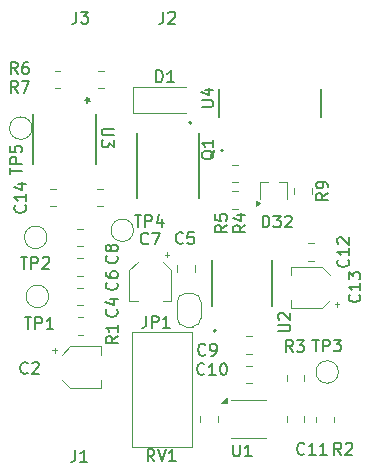
<source format=gbr>
%TF.GenerationSoftware,KiCad,Pcbnew,9.0.2*%
%TF.CreationDate,2025-05-22T13:04:18+05:30*%
%TF.ProjectId,GaN_pwr_delivery_module,47614e5f-7077-4725-9f64-656c69766572,rev?*%
%TF.SameCoordinates,Original*%
%TF.FileFunction,Legend,Top*%
%TF.FilePolarity,Positive*%
%FSLAX46Y46*%
G04 Gerber Fmt 4.6, Leading zero omitted, Abs format (unit mm)*
G04 Created by KiCad (PCBNEW 9.0.2) date 2025-05-22 13:04:18*
%MOMM*%
%LPD*%
G01*
G04 APERTURE LIST*
%ADD10C,0.150000*%
%ADD11C,0.127000*%
%ADD12C,0.200000*%
%ADD13C,0.120000*%
%ADD14C,0.152400*%
G04 APERTURE END LIST*
D10*
X239938152Y-135911904D02*
X240747675Y-135911904D01*
X240747675Y-135911904D02*
X240842913Y-135864285D01*
X240842913Y-135864285D02*
X240890533Y-135816666D01*
X240890533Y-135816666D02*
X240938152Y-135721428D01*
X240938152Y-135721428D02*
X240938152Y-135530952D01*
X240938152Y-135530952D02*
X240890533Y-135435714D01*
X240890533Y-135435714D02*
X240842913Y-135388095D01*
X240842913Y-135388095D02*
X240747675Y-135340476D01*
X240747675Y-135340476D02*
X239938152Y-135340476D01*
X240033390Y-134911904D02*
X239985771Y-134864285D01*
X239985771Y-134864285D02*
X239938152Y-134769047D01*
X239938152Y-134769047D02*
X239938152Y-134530952D01*
X239938152Y-134530952D02*
X239985771Y-134435714D01*
X239985771Y-134435714D02*
X240033390Y-134388095D01*
X240033390Y-134388095D02*
X240128628Y-134340476D01*
X240128628Y-134340476D02*
X240223866Y-134340476D01*
X240223866Y-134340476D02*
X240366723Y-134388095D01*
X240366723Y-134388095D02*
X240938152Y-134959523D01*
X240938152Y-134959523D02*
X240938152Y-134340476D01*
X238619047Y-127104819D02*
X238619047Y-126104819D01*
X238619047Y-126104819D02*
X238857142Y-126104819D01*
X238857142Y-126104819D02*
X238999999Y-126152438D01*
X238999999Y-126152438D02*
X239095237Y-126247676D01*
X239095237Y-126247676D02*
X239142856Y-126342914D01*
X239142856Y-126342914D02*
X239190475Y-126533390D01*
X239190475Y-126533390D02*
X239190475Y-126676247D01*
X239190475Y-126676247D02*
X239142856Y-126866723D01*
X239142856Y-126866723D02*
X239095237Y-126961961D01*
X239095237Y-126961961D02*
X238999999Y-127057200D01*
X238999999Y-127057200D02*
X238857142Y-127104819D01*
X238857142Y-127104819D02*
X238619047Y-127104819D01*
X239523809Y-126104819D02*
X240142856Y-126104819D01*
X240142856Y-126104819D02*
X239809523Y-126485771D01*
X239809523Y-126485771D02*
X239952380Y-126485771D01*
X239952380Y-126485771D02*
X240047618Y-126533390D01*
X240047618Y-126533390D02*
X240095237Y-126581009D01*
X240095237Y-126581009D02*
X240142856Y-126676247D01*
X240142856Y-126676247D02*
X240142856Y-126914342D01*
X240142856Y-126914342D02*
X240095237Y-127009580D01*
X240095237Y-127009580D02*
X240047618Y-127057200D01*
X240047618Y-127057200D02*
X239952380Y-127104819D01*
X239952380Y-127104819D02*
X239666666Y-127104819D01*
X239666666Y-127104819D02*
X239571428Y-127057200D01*
X239571428Y-127057200D02*
X239523809Y-127009580D01*
X240523809Y-126200057D02*
X240571428Y-126152438D01*
X240571428Y-126152438D02*
X240666666Y-126104819D01*
X240666666Y-126104819D02*
X240904761Y-126104819D01*
X240904761Y-126104819D02*
X240999999Y-126152438D01*
X240999999Y-126152438D02*
X241047618Y-126200057D01*
X241047618Y-126200057D02*
X241095237Y-126295295D01*
X241095237Y-126295295D02*
X241095237Y-126390533D01*
X241095237Y-126390533D02*
X241047618Y-126533390D01*
X241047618Y-126533390D02*
X240476190Y-127104819D01*
X240476190Y-127104819D02*
X241095237Y-127104819D01*
X246792913Y-132792857D02*
X246840533Y-132840476D01*
X246840533Y-132840476D02*
X246888152Y-132983333D01*
X246888152Y-132983333D02*
X246888152Y-133078571D01*
X246888152Y-133078571D02*
X246840533Y-133221428D01*
X246840533Y-133221428D02*
X246745294Y-133316666D01*
X246745294Y-133316666D02*
X246650056Y-133364285D01*
X246650056Y-133364285D02*
X246459580Y-133411904D01*
X246459580Y-133411904D02*
X246316723Y-133411904D01*
X246316723Y-133411904D02*
X246126247Y-133364285D01*
X246126247Y-133364285D02*
X246031009Y-133316666D01*
X246031009Y-133316666D02*
X245935771Y-133221428D01*
X245935771Y-133221428D02*
X245888152Y-133078571D01*
X245888152Y-133078571D02*
X245888152Y-132983333D01*
X245888152Y-132983333D02*
X245935771Y-132840476D01*
X245935771Y-132840476D02*
X245983390Y-132792857D01*
X246888152Y-131840476D02*
X246888152Y-132411904D01*
X246888152Y-132126190D02*
X245888152Y-132126190D01*
X245888152Y-132126190D02*
X246031009Y-132221428D01*
X246031009Y-132221428D02*
X246126247Y-132316666D01*
X246126247Y-132316666D02*
X246173866Y-132411904D01*
X245888152Y-131507142D02*
X245888152Y-130888095D01*
X245888152Y-130888095D02*
X246269104Y-131221428D01*
X246269104Y-131221428D02*
X246269104Y-131078571D01*
X246269104Y-131078571D02*
X246316723Y-130983333D01*
X246316723Y-130983333D02*
X246364342Y-130935714D01*
X246364342Y-130935714D02*
X246459580Y-130888095D01*
X246459580Y-130888095D02*
X246697675Y-130888095D01*
X246697675Y-130888095D02*
X246792913Y-130935714D01*
X246792913Y-130935714D02*
X246840533Y-130983333D01*
X246840533Y-130983333D02*
X246888152Y-131078571D01*
X246888152Y-131078571D02*
X246888152Y-131364285D01*
X246888152Y-131364285D02*
X246840533Y-131459523D01*
X246840533Y-131459523D02*
X246792913Y-131507142D01*
X229438094Y-146904819D02*
X229104761Y-146428628D01*
X228866666Y-146904819D02*
X228866666Y-145904819D01*
X228866666Y-145904819D02*
X229247618Y-145904819D01*
X229247618Y-145904819D02*
X229342856Y-145952438D01*
X229342856Y-145952438D02*
X229390475Y-146000057D01*
X229390475Y-146000057D02*
X229438094Y-146095295D01*
X229438094Y-146095295D02*
X229438094Y-146238152D01*
X229438094Y-146238152D02*
X229390475Y-146333390D01*
X229390475Y-146333390D02*
X229342856Y-146381009D01*
X229342856Y-146381009D02*
X229247618Y-146428628D01*
X229247618Y-146428628D02*
X228866666Y-146428628D01*
X229723809Y-145904819D02*
X230057142Y-146904819D01*
X230057142Y-146904819D02*
X230390475Y-145904819D01*
X231247618Y-146904819D02*
X230676190Y-146904819D01*
X230961904Y-146904819D02*
X230961904Y-145904819D01*
X230961904Y-145904819D02*
X230866666Y-146047676D01*
X230866666Y-146047676D02*
X230771428Y-146142914D01*
X230771428Y-146142914D02*
X230676190Y-146190533D01*
X217238152Y-122611904D02*
X217238152Y-122040476D01*
X218238152Y-122326190D02*
X217238152Y-122326190D01*
X218238152Y-121707142D02*
X217238152Y-121707142D01*
X217238152Y-121707142D02*
X217238152Y-121326190D01*
X217238152Y-121326190D02*
X217285771Y-121230952D01*
X217285771Y-121230952D02*
X217333390Y-121183333D01*
X217333390Y-121183333D02*
X217428628Y-121135714D01*
X217428628Y-121135714D02*
X217571485Y-121135714D01*
X217571485Y-121135714D02*
X217666723Y-121183333D01*
X217666723Y-121183333D02*
X217714342Y-121230952D01*
X217714342Y-121230952D02*
X217761961Y-121326190D01*
X217761961Y-121326190D02*
X217761961Y-121707142D01*
X217238152Y-120230952D02*
X217238152Y-120707142D01*
X217238152Y-120707142D02*
X217714342Y-120754761D01*
X217714342Y-120754761D02*
X217666723Y-120707142D01*
X217666723Y-120707142D02*
X217619104Y-120611904D01*
X217619104Y-120611904D02*
X217619104Y-120373809D01*
X217619104Y-120373809D02*
X217666723Y-120278571D01*
X217666723Y-120278571D02*
X217714342Y-120230952D01*
X217714342Y-120230952D02*
X217809580Y-120183333D01*
X217809580Y-120183333D02*
X218047675Y-120183333D01*
X218047675Y-120183333D02*
X218142913Y-120230952D01*
X218142913Y-120230952D02*
X218190533Y-120278571D01*
X218190533Y-120278571D02*
X218238152Y-120373809D01*
X218238152Y-120373809D02*
X218238152Y-120611904D01*
X218238152Y-120611904D02*
X218190533Y-120707142D01*
X218190533Y-120707142D02*
X218142913Y-120754761D01*
X228749999Y-134604819D02*
X228749999Y-135319104D01*
X228749999Y-135319104D02*
X228702380Y-135461961D01*
X228702380Y-135461961D02*
X228607142Y-135557200D01*
X228607142Y-135557200D02*
X228464285Y-135604819D01*
X228464285Y-135604819D02*
X228369047Y-135604819D01*
X229226190Y-135604819D02*
X229226190Y-134604819D01*
X229226190Y-134604819D02*
X229607142Y-134604819D01*
X229607142Y-134604819D02*
X229702380Y-134652438D01*
X229702380Y-134652438D02*
X229749999Y-134700057D01*
X229749999Y-134700057D02*
X229797618Y-134795295D01*
X229797618Y-134795295D02*
X229797618Y-134938152D01*
X229797618Y-134938152D02*
X229749999Y-135033390D01*
X229749999Y-135033390D02*
X229702380Y-135081009D01*
X229702380Y-135081009D02*
X229607142Y-135128628D01*
X229607142Y-135128628D02*
X229226190Y-135128628D01*
X230749999Y-135604819D02*
X230178571Y-135604819D01*
X230464285Y-135604819D02*
X230464285Y-134604819D01*
X230464285Y-134604819D02*
X230369047Y-134747676D01*
X230369047Y-134747676D02*
X230273809Y-134842914D01*
X230273809Y-134842914D02*
X230178571Y-134890533D01*
X233438152Y-116911904D02*
X234247675Y-116911904D01*
X234247675Y-116911904D02*
X234342913Y-116864285D01*
X234342913Y-116864285D02*
X234390533Y-116816666D01*
X234390533Y-116816666D02*
X234438152Y-116721428D01*
X234438152Y-116721428D02*
X234438152Y-116530952D01*
X234438152Y-116530952D02*
X234390533Y-116435714D01*
X234390533Y-116435714D02*
X234342913Y-116388095D01*
X234342913Y-116388095D02*
X234247675Y-116340476D01*
X234247675Y-116340476D02*
X233438152Y-116340476D01*
X233771485Y-115435714D02*
X234438152Y-115435714D01*
X233390533Y-115673809D02*
X234104818Y-115911904D01*
X234104818Y-115911904D02*
X234104818Y-115292857D01*
X218121428Y-129604819D02*
X218692856Y-129604819D01*
X218407142Y-130604819D02*
X218407142Y-129604819D01*
X219026190Y-130604819D02*
X219026190Y-129604819D01*
X219026190Y-129604819D02*
X219407142Y-129604819D01*
X219407142Y-129604819D02*
X219502380Y-129652438D01*
X219502380Y-129652438D02*
X219549999Y-129700057D01*
X219549999Y-129700057D02*
X219597618Y-129795295D01*
X219597618Y-129795295D02*
X219597618Y-129938152D01*
X219597618Y-129938152D02*
X219549999Y-130033390D01*
X219549999Y-130033390D02*
X219502380Y-130081009D01*
X219502380Y-130081009D02*
X219407142Y-130128628D01*
X219407142Y-130128628D02*
X219026190Y-130128628D01*
X219978571Y-129700057D02*
X220026190Y-129652438D01*
X220026190Y-129652438D02*
X220121428Y-129604819D01*
X220121428Y-129604819D02*
X220359523Y-129604819D01*
X220359523Y-129604819D02*
X220454761Y-129652438D01*
X220454761Y-129652438D02*
X220502380Y-129700057D01*
X220502380Y-129700057D02*
X220549999Y-129795295D01*
X220549999Y-129795295D02*
X220549999Y-129890533D01*
X220549999Y-129890533D02*
X220502380Y-130033390D01*
X220502380Y-130033390D02*
X219930952Y-130604819D01*
X219930952Y-130604819D02*
X220549999Y-130604819D01*
X237138152Y-126916666D02*
X236661961Y-127249999D01*
X237138152Y-127488094D02*
X236138152Y-127488094D01*
X236138152Y-127488094D02*
X236138152Y-127107142D01*
X236138152Y-127107142D02*
X236185771Y-127011904D01*
X236185771Y-127011904D02*
X236233390Y-126964285D01*
X236233390Y-126964285D02*
X236328628Y-126916666D01*
X236328628Y-126916666D02*
X236471485Y-126916666D01*
X236471485Y-126916666D02*
X236566723Y-126964285D01*
X236566723Y-126964285D02*
X236614342Y-127011904D01*
X236614342Y-127011904D02*
X236661961Y-127107142D01*
X236661961Y-127107142D02*
X236661961Y-127488094D01*
X236471485Y-126059523D02*
X237138152Y-126059523D01*
X236090533Y-126297618D02*
X236804818Y-126535713D01*
X236804818Y-126535713D02*
X236804818Y-125916666D01*
X242821428Y-136604819D02*
X243392856Y-136604819D01*
X243107142Y-137604819D02*
X243107142Y-136604819D01*
X243726190Y-137604819D02*
X243726190Y-136604819D01*
X243726190Y-136604819D02*
X244107142Y-136604819D01*
X244107142Y-136604819D02*
X244202380Y-136652438D01*
X244202380Y-136652438D02*
X244249999Y-136700057D01*
X244249999Y-136700057D02*
X244297618Y-136795295D01*
X244297618Y-136795295D02*
X244297618Y-136938152D01*
X244297618Y-136938152D02*
X244249999Y-137033390D01*
X244249999Y-137033390D02*
X244202380Y-137081009D01*
X244202380Y-137081009D02*
X244107142Y-137128628D01*
X244107142Y-137128628D02*
X243726190Y-137128628D01*
X244630952Y-136604819D02*
X245249999Y-136604819D01*
X245249999Y-136604819D02*
X244916666Y-136985771D01*
X244916666Y-136985771D02*
X245059523Y-136985771D01*
X245059523Y-136985771D02*
X245154761Y-137033390D01*
X245154761Y-137033390D02*
X245202380Y-137081009D01*
X245202380Y-137081009D02*
X245249999Y-137176247D01*
X245249999Y-137176247D02*
X245249999Y-137414342D01*
X245249999Y-137414342D02*
X245202380Y-137509580D01*
X245202380Y-137509580D02*
X245154761Y-137557200D01*
X245154761Y-137557200D02*
X245059523Y-137604819D01*
X245059523Y-137604819D02*
X244773809Y-137604819D01*
X244773809Y-137604819D02*
X244678571Y-137557200D01*
X244678571Y-137557200D02*
X244630952Y-137509580D01*
X244145652Y-124191666D02*
X243669461Y-124524999D01*
X244145652Y-124763094D02*
X243145652Y-124763094D01*
X243145652Y-124763094D02*
X243145652Y-124382142D01*
X243145652Y-124382142D02*
X243193271Y-124286904D01*
X243193271Y-124286904D02*
X243240890Y-124239285D01*
X243240890Y-124239285D02*
X243336128Y-124191666D01*
X243336128Y-124191666D02*
X243478985Y-124191666D01*
X243478985Y-124191666D02*
X243574223Y-124239285D01*
X243574223Y-124239285D02*
X243621842Y-124286904D01*
X243621842Y-124286904D02*
X243669461Y-124382142D01*
X243669461Y-124382142D02*
X243669461Y-124763094D01*
X244145652Y-123715475D02*
X244145652Y-123524999D01*
X244145652Y-123524999D02*
X244098033Y-123429761D01*
X244098033Y-123429761D02*
X244050413Y-123382142D01*
X244050413Y-123382142D02*
X243907556Y-123286904D01*
X243907556Y-123286904D02*
X243717080Y-123239285D01*
X243717080Y-123239285D02*
X243336128Y-123239285D01*
X243336128Y-123239285D02*
X243240890Y-123286904D01*
X243240890Y-123286904D02*
X243193271Y-123334523D01*
X243193271Y-123334523D02*
X243145652Y-123429761D01*
X243145652Y-123429761D02*
X243145652Y-123620237D01*
X243145652Y-123620237D02*
X243193271Y-123715475D01*
X243193271Y-123715475D02*
X243240890Y-123763094D01*
X243240890Y-123763094D02*
X243336128Y-123810713D01*
X243336128Y-123810713D02*
X243574223Y-123810713D01*
X243574223Y-123810713D02*
X243669461Y-123763094D01*
X243669461Y-123763094D02*
X243717080Y-123715475D01*
X243717080Y-123715475D02*
X243764699Y-123620237D01*
X243764699Y-123620237D02*
X243764699Y-123429761D01*
X243764699Y-123429761D02*
X243717080Y-123334523D01*
X243717080Y-123334523D02*
X243669461Y-123286904D01*
X243669461Y-123286904D02*
X243574223Y-123239285D01*
X222849999Y-108854819D02*
X222849999Y-109569104D01*
X222849999Y-109569104D02*
X222802380Y-109711961D01*
X222802380Y-109711961D02*
X222707142Y-109807200D01*
X222707142Y-109807200D02*
X222564285Y-109854819D01*
X222564285Y-109854819D02*
X222469047Y-109854819D01*
X223230952Y-108854819D02*
X223849999Y-108854819D01*
X223849999Y-108854819D02*
X223516666Y-109235771D01*
X223516666Y-109235771D02*
X223659523Y-109235771D01*
X223659523Y-109235771D02*
X223754761Y-109283390D01*
X223754761Y-109283390D02*
X223802380Y-109331009D01*
X223802380Y-109331009D02*
X223849999Y-109426247D01*
X223849999Y-109426247D02*
X223849999Y-109664342D01*
X223849999Y-109664342D02*
X223802380Y-109759580D01*
X223802380Y-109759580D02*
X223754761Y-109807200D01*
X223754761Y-109807200D02*
X223659523Y-109854819D01*
X223659523Y-109854819D02*
X223373809Y-109854819D01*
X223373809Y-109854819D02*
X223278571Y-109807200D01*
X223278571Y-109807200D02*
X223230952Y-109759580D01*
X233690475Y-139509580D02*
X233642856Y-139557200D01*
X233642856Y-139557200D02*
X233499999Y-139604819D01*
X233499999Y-139604819D02*
X233404761Y-139604819D01*
X233404761Y-139604819D02*
X233261904Y-139557200D01*
X233261904Y-139557200D02*
X233166666Y-139461961D01*
X233166666Y-139461961D02*
X233119047Y-139366723D01*
X233119047Y-139366723D02*
X233071428Y-139176247D01*
X233071428Y-139176247D02*
X233071428Y-139033390D01*
X233071428Y-139033390D02*
X233119047Y-138842914D01*
X233119047Y-138842914D02*
X233166666Y-138747676D01*
X233166666Y-138747676D02*
X233261904Y-138652438D01*
X233261904Y-138652438D02*
X233404761Y-138604819D01*
X233404761Y-138604819D02*
X233499999Y-138604819D01*
X233499999Y-138604819D02*
X233642856Y-138652438D01*
X233642856Y-138652438D02*
X233690475Y-138700057D01*
X234642856Y-139604819D02*
X234071428Y-139604819D01*
X234357142Y-139604819D02*
X234357142Y-138604819D01*
X234357142Y-138604819D02*
X234261904Y-138747676D01*
X234261904Y-138747676D02*
X234166666Y-138842914D01*
X234166666Y-138842914D02*
X234071428Y-138890533D01*
X235261904Y-138604819D02*
X235357142Y-138604819D01*
X235357142Y-138604819D02*
X235452380Y-138652438D01*
X235452380Y-138652438D02*
X235499999Y-138700057D01*
X235499999Y-138700057D02*
X235547618Y-138795295D01*
X235547618Y-138795295D02*
X235595237Y-138985771D01*
X235595237Y-138985771D02*
X235595237Y-139223866D01*
X235595237Y-139223866D02*
X235547618Y-139414342D01*
X235547618Y-139414342D02*
X235499999Y-139509580D01*
X235499999Y-139509580D02*
X235452380Y-139557200D01*
X235452380Y-139557200D02*
X235357142Y-139604819D01*
X235357142Y-139604819D02*
X235261904Y-139604819D01*
X235261904Y-139604819D02*
X235166666Y-139557200D01*
X235166666Y-139557200D02*
X235119047Y-139509580D01*
X235119047Y-139509580D02*
X235071428Y-139414342D01*
X235071428Y-139414342D02*
X235023809Y-139223866D01*
X235023809Y-139223866D02*
X235023809Y-138985771D01*
X235023809Y-138985771D02*
X235071428Y-138795295D01*
X235071428Y-138795295D02*
X235119047Y-138700057D01*
X235119047Y-138700057D02*
X235166666Y-138652438D01*
X235166666Y-138652438D02*
X235261904Y-138604819D01*
X228916666Y-128459580D02*
X228869047Y-128507200D01*
X228869047Y-128507200D02*
X228726190Y-128554819D01*
X228726190Y-128554819D02*
X228630952Y-128554819D01*
X228630952Y-128554819D02*
X228488095Y-128507200D01*
X228488095Y-128507200D02*
X228392857Y-128411961D01*
X228392857Y-128411961D02*
X228345238Y-128316723D01*
X228345238Y-128316723D02*
X228297619Y-128126247D01*
X228297619Y-128126247D02*
X228297619Y-127983390D01*
X228297619Y-127983390D02*
X228345238Y-127792914D01*
X228345238Y-127792914D02*
X228392857Y-127697676D01*
X228392857Y-127697676D02*
X228488095Y-127602438D01*
X228488095Y-127602438D02*
X228630952Y-127554819D01*
X228630952Y-127554819D02*
X228726190Y-127554819D01*
X228726190Y-127554819D02*
X228869047Y-127602438D01*
X228869047Y-127602438D02*
X228916666Y-127650057D01*
X229250000Y-127554819D02*
X229916666Y-127554819D01*
X229916666Y-127554819D02*
X229488095Y-128554819D01*
X230199999Y-108854819D02*
X230199999Y-109569104D01*
X230199999Y-109569104D02*
X230152380Y-109711961D01*
X230152380Y-109711961D02*
X230057142Y-109807200D01*
X230057142Y-109807200D02*
X229914285Y-109854819D01*
X229914285Y-109854819D02*
X229819047Y-109854819D01*
X230628571Y-108950057D02*
X230676190Y-108902438D01*
X230676190Y-108902438D02*
X230771428Y-108854819D01*
X230771428Y-108854819D02*
X231009523Y-108854819D01*
X231009523Y-108854819D02*
X231104761Y-108902438D01*
X231104761Y-108902438D02*
X231152380Y-108950057D01*
X231152380Y-108950057D02*
X231199999Y-109045295D01*
X231199999Y-109045295D02*
X231199999Y-109140533D01*
X231199999Y-109140533D02*
X231152380Y-109283390D01*
X231152380Y-109283390D02*
X230580952Y-109854819D01*
X230580952Y-109854819D02*
X231199999Y-109854819D01*
X226242913Y-131783333D02*
X226290533Y-131830952D01*
X226290533Y-131830952D02*
X226338152Y-131973809D01*
X226338152Y-131973809D02*
X226338152Y-132069047D01*
X226338152Y-132069047D02*
X226290533Y-132211904D01*
X226290533Y-132211904D02*
X226195294Y-132307142D01*
X226195294Y-132307142D02*
X226100056Y-132354761D01*
X226100056Y-132354761D02*
X225909580Y-132402380D01*
X225909580Y-132402380D02*
X225766723Y-132402380D01*
X225766723Y-132402380D02*
X225576247Y-132354761D01*
X225576247Y-132354761D02*
X225481009Y-132307142D01*
X225481009Y-132307142D02*
X225385771Y-132211904D01*
X225385771Y-132211904D02*
X225338152Y-132069047D01*
X225338152Y-132069047D02*
X225338152Y-131973809D01*
X225338152Y-131973809D02*
X225385771Y-131830952D01*
X225385771Y-131830952D02*
X225433390Y-131783333D01*
X225338152Y-130926190D02*
X225338152Y-131116666D01*
X225338152Y-131116666D02*
X225385771Y-131211904D01*
X225385771Y-131211904D02*
X225433390Y-131259523D01*
X225433390Y-131259523D02*
X225576247Y-131354761D01*
X225576247Y-131354761D02*
X225766723Y-131402380D01*
X225766723Y-131402380D02*
X226147675Y-131402380D01*
X226147675Y-131402380D02*
X226242913Y-131354761D01*
X226242913Y-131354761D02*
X226290533Y-131307142D01*
X226290533Y-131307142D02*
X226338152Y-131211904D01*
X226338152Y-131211904D02*
X226338152Y-131021428D01*
X226338152Y-131021428D02*
X226290533Y-130926190D01*
X226290533Y-130926190D02*
X226242913Y-130878571D01*
X226242913Y-130878571D02*
X226147675Y-130830952D01*
X226147675Y-130830952D02*
X225909580Y-130830952D01*
X225909580Y-130830952D02*
X225814342Y-130878571D01*
X225814342Y-130878571D02*
X225766723Y-130926190D01*
X225766723Y-130926190D02*
X225719104Y-131021428D01*
X225719104Y-131021428D02*
X225719104Y-131211904D01*
X225719104Y-131211904D02*
X225766723Y-131307142D01*
X225766723Y-131307142D02*
X225814342Y-131354761D01*
X225814342Y-131354761D02*
X225909580Y-131402380D01*
X242140475Y-146259580D02*
X242092856Y-146307200D01*
X242092856Y-146307200D02*
X241949999Y-146354819D01*
X241949999Y-146354819D02*
X241854761Y-146354819D01*
X241854761Y-146354819D02*
X241711904Y-146307200D01*
X241711904Y-146307200D02*
X241616666Y-146211961D01*
X241616666Y-146211961D02*
X241569047Y-146116723D01*
X241569047Y-146116723D02*
X241521428Y-145926247D01*
X241521428Y-145926247D02*
X241521428Y-145783390D01*
X241521428Y-145783390D02*
X241569047Y-145592914D01*
X241569047Y-145592914D02*
X241616666Y-145497676D01*
X241616666Y-145497676D02*
X241711904Y-145402438D01*
X241711904Y-145402438D02*
X241854761Y-145354819D01*
X241854761Y-145354819D02*
X241949999Y-145354819D01*
X241949999Y-145354819D02*
X242092856Y-145402438D01*
X242092856Y-145402438D02*
X242140475Y-145450057D01*
X243092856Y-146354819D02*
X242521428Y-146354819D01*
X242807142Y-146354819D02*
X242807142Y-145354819D01*
X242807142Y-145354819D02*
X242711904Y-145497676D01*
X242711904Y-145497676D02*
X242616666Y-145592914D01*
X242616666Y-145592914D02*
X242521428Y-145640533D01*
X244045237Y-146354819D02*
X243473809Y-146354819D01*
X243759523Y-146354819D02*
X243759523Y-145354819D01*
X243759523Y-145354819D02*
X243664285Y-145497676D01*
X243664285Y-145497676D02*
X243569047Y-145592914D01*
X243569047Y-145592914D02*
X243473809Y-145640533D01*
X218492913Y-125242857D02*
X218540533Y-125290476D01*
X218540533Y-125290476D02*
X218588152Y-125433333D01*
X218588152Y-125433333D02*
X218588152Y-125528571D01*
X218588152Y-125528571D02*
X218540533Y-125671428D01*
X218540533Y-125671428D02*
X218445294Y-125766666D01*
X218445294Y-125766666D02*
X218350056Y-125814285D01*
X218350056Y-125814285D02*
X218159580Y-125861904D01*
X218159580Y-125861904D02*
X218016723Y-125861904D01*
X218016723Y-125861904D02*
X217826247Y-125814285D01*
X217826247Y-125814285D02*
X217731009Y-125766666D01*
X217731009Y-125766666D02*
X217635771Y-125671428D01*
X217635771Y-125671428D02*
X217588152Y-125528571D01*
X217588152Y-125528571D02*
X217588152Y-125433333D01*
X217588152Y-125433333D02*
X217635771Y-125290476D01*
X217635771Y-125290476D02*
X217683390Y-125242857D01*
X218588152Y-124290476D02*
X218588152Y-124861904D01*
X218588152Y-124576190D02*
X217588152Y-124576190D01*
X217588152Y-124576190D02*
X217731009Y-124671428D01*
X217731009Y-124671428D02*
X217826247Y-124766666D01*
X217826247Y-124766666D02*
X217873866Y-124861904D01*
X217921485Y-123433333D02*
X218588152Y-123433333D01*
X217540533Y-123671428D02*
X218254818Y-123909523D01*
X218254818Y-123909523D02*
X218254818Y-123290476D01*
X218471428Y-134704819D02*
X219042856Y-134704819D01*
X218757142Y-135704819D02*
X218757142Y-134704819D01*
X219376190Y-135704819D02*
X219376190Y-134704819D01*
X219376190Y-134704819D02*
X219757142Y-134704819D01*
X219757142Y-134704819D02*
X219852380Y-134752438D01*
X219852380Y-134752438D02*
X219899999Y-134800057D01*
X219899999Y-134800057D02*
X219947618Y-134895295D01*
X219947618Y-134895295D02*
X219947618Y-135038152D01*
X219947618Y-135038152D02*
X219899999Y-135133390D01*
X219899999Y-135133390D02*
X219852380Y-135181009D01*
X219852380Y-135181009D02*
X219757142Y-135228628D01*
X219757142Y-135228628D02*
X219376190Y-135228628D01*
X220899999Y-135704819D02*
X220328571Y-135704819D01*
X220614285Y-135704819D02*
X220614285Y-134704819D01*
X220614285Y-134704819D02*
X220519047Y-134847676D01*
X220519047Y-134847676D02*
X220423809Y-134942914D01*
X220423809Y-134942914D02*
X220328571Y-134990533D01*
X236121428Y-145504819D02*
X236121428Y-146314342D01*
X236121428Y-146314342D02*
X236169047Y-146409580D01*
X236169047Y-146409580D02*
X236216666Y-146457200D01*
X236216666Y-146457200D02*
X236311904Y-146504819D01*
X236311904Y-146504819D02*
X236502380Y-146504819D01*
X236502380Y-146504819D02*
X236597618Y-146457200D01*
X236597618Y-146457200D02*
X236645237Y-146409580D01*
X236645237Y-146409580D02*
X236692856Y-146314342D01*
X236692856Y-146314342D02*
X236692856Y-145504819D01*
X237692856Y-146504819D02*
X237121428Y-146504819D01*
X237407142Y-146504819D02*
X237407142Y-145504819D01*
X237407142Y-145504819D02*
X237311904Y-145647676D01*
X237311904Y-145647676D02*
X237216666Y-145742914D01*
X237216666Y-145742914D02*
X237121428Y-145790533D01*
X226242913Y-134049999D02*
X226290533Y-134097618D01*
X226290533Y-134097618D02*
X226338152Y-134240475D01*
X226338152Y-134240475D02*
X226338152Y-134335713D01*
X226338152Y-134335713D02*
X226290533Y-134478570D01*
X226290533Y-134478570D02*
X226195294Y-134573808D01*
X226195294Y-134573808D02*
X226100056Y-134621427D01*
X226100056Y-134621427D02*
X225909580Y-134669046D01*
X225909580Y-134669046D02*
X225766723Y-134669046D01*
X225766723Y-134669046D02*
X225576247Y-134621427D01*
X225576247Y-134621427D02*
X225481009Y-134573808D01*
X225481009Y-134573808D02*
X225385771Y-134478570D01*
X225385771Y-134478570D02*
X225338152Y-134335713D01*
X225338152Y-134335713D02*
X225338152Y-134240475D01*
X225338152Y-134240475D02*
X225385771Y-134097618D01*
X225385771Y-134097618D02*
X225433390Y-134049999D01*
X225671485Y-133192856D02*
X226338152Y-133192856D01*
X225290533Y-133430951D02*
X226004818Y-133669046D01*
X226004818Y-133669046D02*
X226004818Y-133049999D01*
X234533390Y-120595238D02*
X234485771Y-120690476D01*
X234485771Y-120690476D02*
X234390533Y-120785714D01*
X234390533Y-120785714D02*
X234247675Y-120928571D01*
X234247675Y-120928571D02*
X234200056Y-121023809D01*
X234200056Y-121023809D02*
X234200056Y-121119047D01*
X234438152Y-121071428D02*
X234390533Y-121166666D01*
X234390533Y-121166666D02*
X234295294Y-121261904D01*
X234295294Y-121261904D02*
X234104818Y-121309523D01*
X234104818Y-121309523D02*
X233771485Y-121309523D01*
X233771485Y-121309523D02*
X233581009Y-121261904D01*
X233581009Y-121261904D02*
X233485771Y-121166666D01*
X233485771Y-121166666D02*
X233438152Y-121071428D01*
X233438152Y-121071428D02*
X233438152Y-120880952D01*
X233438152Y-120880952D02*
X233485771Y-120785714D01*
X233485771Y-120785714D02*
X233581009Y-120690476D01*
X233581009Y-120690476D02*
X233771485Y-120642857D01*
X233771485Y-120642857D02*
X234104818Y-120642857D01*
X234104818Y-120642857D02*
X234295294Y-120690476D01*
X234295294Y-120690476D02*
X234390533Y-120785714D01*
X234390533Y-120785714D02*
X234438152Y-120880952D01*
X234438152Y-120880952D02*
X234438152Y-121071428D01*
X234438152Y-119690476D02*
X234438152Y-120261904D01*
X234438152Y-119976190D02*
X233438152Y-119976190D01*
X233438152Y-119976190D02*
X233581009Y-120071428D01*
X233581009Y-120071428D02*
X233676247Y-120166666D01*
X233676247Y-120166666D02*
X233723866Y-120261904D01*
X245266666Y-146354819D02*
X244933333Y-145878628D01*
X244695238Y-146354819D02*
X244695238Y-145354819D01*
X244695238Y-145354819D02*
X245076190Y-145354819D01*
X245076190Y-145354819D02*
X245171428Y-145402438D01*
X245171428Y-145402438D02*
X245219047Y-145450057D01*
X245219047Y-145450057D02*
X245266666Y-145545295D01*
X245266666Y-145545295D02*
X245266666Y-145688152D01*
X245266666Y-145688152D02*
X245219047Y-145783390D01*
X245219047Y-145783390D02*
X245171428Y-145831009D01*
X245171428Y-145831009D02*
X245076190Y-145878628D01*
X245076190Y-145878628D02*
X244695238Y-145878628D01*
X245647619Y-145450057D02*
X245695238Y-145402438D01*
X245695238Y-145402438D02*
X245790476Y-145354819D01*
X245790476Y-145354819D02*
X246028571Y-145354819D01*
X246028571Y-145354819D02*
X246123809Y-145402438D01*
X246123809Y-145402438D02*
X246171428Y-145450057D01*
X246171428Y-145450057D02*
X246219047Y-145545295D01*
X246219047Y-145545295D02*
X246219047Y-145640533D01*
X246219047Y-145640533D02*
X246171428Y-145783390D01*
X246171428Y-145783390D02*
X245600000Y-146354819D01*
X245600000Y-146354819D02*
X246219047Y-146354819D01*
X245842913Y-129842857D02*
X245890533Y-129890476D01*
X245890533Y-129890476D02*
X245938152Y-130033333D01*
X245938152Y-130033333D02*
X245938152Y-130128571D01*
X245938152Y-130128571D02*
X245890533Y-130271428D01*
X245890533Y-130271428D02*
X245795294Y-130366666D01*
X245795294Y-130366666D02*
X245700056Y-130414285D01*
X245700056Y-130414285D02*
X245509580Y-130461904D01*
X245509580Y-130461904D02*
X245366723Y-130461904D01*
X245366723Y-130461904D02*
X245176247Y-130414285D01*
X245176247Y-130414285D02*
X245081009Y-130366666D01*
X245081009Y-130366666D02*
X244985771Y-130271428D01*
X244985771Y-130271428D02*
X244938152Y-130128571D01*
X244938152Y-130128571D02*
X244938152Y-130033333D01*
X244938152Y-130033333D02*
X244985771Y-129890476D01*
X244985771Y-129890476D02*
X245033390Y-129842857D01*
X245938152Y-128890476D02*
X245938152Y-129461904D01*
X245938152Y-129176190D02*
X244938152Y-129176190D01*
X244938152Y-129176190D02*
X245081009Y-129271428D01*
X245081009Y-129271428D02*
X245176247Y-129366666D01*
X245176247Y-129366666D02*
X245223866Y-129461904D01*
X245033390Y-128509523D02*
X244985771Y-128461904D01*
X244985771Y-128461904D02*
X244938152Y-128366666D01*
X244938152Y-128366666D02*
X244938152Y-128128571D01*
X244938152Y-128128571D02*
X244985771Y-128033333D01*
X244985771Y-128033333D02*
X245033390Y-127985714D01*
X245033390Y-127985714D02*
X245128628Y-127938095D01*
X245128628Y-127938095D02*
X245223866Y-127938095D01*
X245223866Y-127938095D02*
X245366723Y-127985714D01*
X245366723Y-127985714D02*
X245938152Y-128557142D01*
X245938152Y-128557142D02*
X245938152Y-127938095D01*
X226242913Y-129516666D02*
X226290533Y-129564285D01*
X226290533Y-129564285D02*
X226338152Y-129707142D01*
X226338152Y-129707142D02*
X226338152Y-129802380D01*
X226338152Y-129802380D02*
X226290533Y-129945237D01*
X226290533Y-129945237D02*
X226195294Y-130040475D01*
X226195294Y-130040475D02*
X226100056Y-130088094D01*
X226100056Y-130088094D02*
X225909580Y-130135713D01*
X225909580Y-130135713D02*
X225766723Y-130135713D01*
X225766723Y-130135713D02*
X225576247Y-130088094D01*
X225576247Y-130088094D02*
X225481009Y-130040475D01*
X225481009Y-130040475D02*
X225385771Y-129945237D01*
X225385771Y-129945237D02*
X225338152Y-129802380D01*
X225338152Y-129802380D02*
X225338152Y-129707142D01*
X225338152Y-129707142D02*
X225385771Y-129564285D01*
X225385771Y-129564285D02*
X225433390Y-129516666D01*
X225766723Y-128945237D02*
X225719104Y-129040475D01*
X225719104Y-129040475D02*
X225671485Y-129088094D01*
X225671485Y-129088094D02*
X225576247Y-129135713D01*
X225576247Y-129135713D02*
X225528628Y-129135713D01*
X225528628Y-129135713D02*
X225433390Y-129088094D01*
X225433390Y-129088094D02*
X225385771Y-129040475D01*
X225385771Y-129040475D02*
X225338152Y-128945237D01*
X225338152Y-128945237D02*
X225338152Y-128754761D01*
X225338152Y-128754761D02*
X225385771Y-128659523D01*
X225385771Y-128659523D02*
X225433390Y-128611904D01*
X225433390Y-128611904D02*
X225528628Y-128564285D01*
X225528628Y-128564285D02*
X225576247Y-128564285D01*
X225576247Y-128564285D02*
X225671485Y-128611904D01*
X225671485Y-128611904D02*
X225719104Y-128659523D01*
X225719104Y-128659523D02*
X225766723Y-128754761D01*
X225766723Y-128754761D02*
X225766723Y-128945237D01*
X225766723Y-128945237D02*
X225814342Y-129040475D01*
X225814342Y-129040475D02*
X225861961Y-129088094D01*
X225861961Y-129088094D02*
X225957199Y-129135713D01*
X225957199Y-129135713D02*
X226147675Y-129135713D01*
X226147675Y-129135713D02*
X226242913Y-129088094D01*
X226242913Y-129088094D02*
X226290533Y-129040475D01*
X226290533Y-129040475D02*
X226338152Y-128945237D01*
X226338152Y-128945237D02*
X226338152Y-128754761D01*
X226338152Y-128754761D02*
X226290533Y-128659523D01*
X226290533Y-128659523D02*
X226242913Y-128611904D01*
X226242913Y-128611904D02*
X226147675Y-128564285D01*
X226147675Y-128564285D02*
X225957199Y-128564285D01*
X225957199Y-128564285D02*
X225861961Y-128611904D01*
X225861961Y-128611904D02*
X225814342Y-128659523D01*
X225814342Y-128659523D02*
X225766723Y-128754761D01*
X226338152Y-136316666D02*
X225861961Y-136649999D01*
X226338152Y-136888094D02*
X225338152Y-136888094D01*
X225338152Y-136888094D02*
X225338152Y-136507142D01*
X225338152Y-136507142D02*
X225385771Y-136411904D01*
X225385771Y-136411904D02*
X225433390Y-136364285D01*
X225433390Y-136364285D02*
X225528628Y-136316666D01*
X225528628Y-136316666D02*
X225671485Y-136316666D01*
X225671485Y-136316666D02*
X225766723Y-136364285D01*
X225766723Y-136364285D02*
X225814342Y-136411904D01*
X225814342Y-136411904D02*
X225861961Y-136507142D01*
X225861961Y-136507142D02*
X225861961Y-136888094D01*
X226338152Y-135364285D02*
X226338152Y-135935713D01*
X226338152Y-135649999D02*
X225338152Y-135649999D01*
X225338152Y-135649999D02*
X225481009Y-135745237D01*
X225481009Y-135745237D02*
X225576247Y-135840475D01*
X225576247Y-135840475D02*
X225623866Y-135935713D01*
X233766666Y-137859580D02*
X233719047Y-137907200D01*
X233719047Y-137907200D02*
X233576190Y-137954819D01*
X233576190Y-137954819D02*
X233480952Y-137954819D01*
X233480952Y-137954819D02*
X233338095Y-137907200D01*
X233338095Y-137907200D02*
X233242857Y-137811961D01*
X233242857Y-137811961D02*
X233195238Y-137716723D01*
X233195238Y-137716723D02*
X233147619Y-137526247D01*
X233147619Y-137526247D02*
X233147619Y-137383390D01*
X233147619Y-137383390D02*
X233195238Y-137192914D01*
X233195238Y-137192914D02*
X233242857Y-137097676D01*
X233242857Y-137097676D02*
X233338095Y-137002438D01*
X233338095Y-137002438D02*
X233480952Y-136954819D01*
X233480952Y-136954819D02*
X233576190Y-136954819D01*
X233576190Y-136954819D02*
X233719047Y-137002438D01*
X233719047Y-137002438D02*
X233766666Y-137050057D01*
X234242857Y-137954819D02*
X234433333Y-137954819D01*
X234433333Y-137954819D02*
X234528571Y-137907200D01*
X234528571Y-137907200D02*
X234576190Y-137859580D01*
X234576190Y-137859580D02*
X234671428Y-137716723D01*
X234671428Y-137716723D02*
X234719047Y-137526247D01*
X234719047Y-137526247D02*
X234719047Y-137145295D01*
X234719047Y-137145295D02*
X234671428Y-137050057D01*
X234671428Y-137050057D02*
X234623809Y-137002438D01*
X234623809Y-137002438D02*
X234528571Y-136954819D01*
X234528571Y-136954819D02*
X234338095Y-136954819D01*
X234338095Y-136954819D02*
X234242857Y-137002438D01*
X234242857Y-137002438D02*
X234195238Y-137050057D01*
X234195238Y-137050057D02*
X234147619Y-137145295D01*
X234147619Y-137145295D02*
X234147619Y-137383390D01*
X234147619Y-137383390D02*
X234195238Y-137478628D01*
X234195238Y-137478628D02*
X234242857Y-137526247D01*
X234242857Y-137526247D02*
X234338095Y-137573866D01*
X234338095Y-137573866D02*
X234528571Y-137573866D01*
X234528571Y-137573866D02*
X234623809Y-137526247D01*
X234623809Y-137526247D02*
X234671428Y-137478628D01*
X234671428Y-137478628D02*
X234719047Y-137383390D01*
X218716666Y-139409580D02*
X218669047Y-139457200D01*
X218669047Y-139457200D02*
X218526190Y-139504819D01*
X218526190Y-139504819D02*
X218430952Y-139504819D01*
X218430952Y-139504819D02*
X218288095Y-139457200D01*
X218288095Y-139457200D02*
X218192857Y-139361961D01*
X218192857Y-139361961D02*
X218145238Y-139266723D01*
X218145238Y-139266723D02*
X218097619Y-139076247D01*
X218097619Y-139076247D02*
X218097619Y-138933390D01*
X218097619Y-138933390D02*
X218145238Y-138742914D01*
X218145238Y-138742914D02*
X218192857Y-138647676D01*
X218192857Y-138647676D02*
X218288095Y-138552438D01*
X218288095Y-138552438D02*
X218430952Y-138504819D01*
X218430952Y-138504819D02*
X218526190Y-138504819D01*
X218526190Y-138504819D02*
X218669047Y-138552438D01*
X218669047Y-138552438D02*
X218716666Y-138600057D01*
X219097619Y-138600057D02*
X219145238Y-138552438D01*
X219145238Y-138552438D02*
X219240476Y-138504819D01*
X219240476Y-138504819D02*
X219478571Y-138504819D01*
X219478571Y-138504819D02*
X219573809Y-138552438D01*
X219573809Y-138552438D02*
X219621428Y-138600057D01*
X219621428Y-138600057D02*
X219669047Y-138695295D01*
X219669047Y-138695295D02*
X219669047Y-138790533D01*
X219669047Y-138790533D02*
X219621428Y-138933390D01*
X219621428Y-138933390D02*
X219050000Y-139504819D01*
X219050000Y-139504819D02*
X219669047Y-139504819D01*
X217866666Y-114104819D02*
X217533333Y-113628628D01*
X217295238Y-114104819D02*
X217295238Y-113104819D01*
X217295238Y-113104819D02*
X217676190Y-113104819D01*
X217676190Y-113104819D02*
X217771428Y-113152438D01*
X217771428Y-113152438D02*
X217819047Y-113200057D01*
X217819047Y-113200057D02*
X217866666Y-113295295D01*
X217866666Y-113295295D02*
X217866666Y-113438152D01*
X217866666Y-113438152D02*
X217819047Y-113533390D01*
X217819047Y-113533390D02*
X217771428Y-113581009D01*
X217771428Y-113581009D02*
X217676190Y-113628628D01*
X217676190Y-113628628D02*
X217295238Y-113628628D01*
X218723809Y-113104819D02*
X218533333Y-113104819D01*
X218533333Y-113104819D02*
X218438095Y-113152438D01*
X218438095Y-113152438D02*
X218390476Y-113200057D01*
X218390476Y-113200057D02*
X218295238Y-113342914D01*
X218295238Y-113342914D02*
X218247619Y-113533390D01*
X218247619Y-113533390D02*
X218247619Y-113914342D01*
X218247619Y-113914342D02*
X218295238Y-114009580D01*
X218295238Y-114009580D02*
X218342857Y-114057200D01*
X218342857Y-114057200D02*
X218438095Y-114104819D01*
X218438095Y-114104819D02*
X218628571Y-114104819D01*
X218628571Y-114104819D02*
X218723809Y-114057200D01*
X218723809Y-114057200D02*
X218771428Y-114009580D01*
X218771428Y-114009580D02*
X218819047Y-113914342D01*
X218819047Y-113914342D02*
X218819047Y-113676247D01*
X218819047Y-113676247D02*
X218771428Y-113581009D01*
X218771428Y-113581009D02*
X218723809Y-113533390D01*
X218723809Y-113533390D02*
X218628571Y-113485771D01*
X218628571Y-113485771D02*
X218438095Y-113485771D01*
X218438095Y-113485771D02*
X218342857Y-113533390D01*
X218342857Y-113533390D02*
X218295238Y-113581009D01*
X218295238Y-113581009D02*
X218247619Y-113676247D01*
X227771428Y-126054819D02*
X228342856Y-126054819D01*
X228057142Y-127054819D02*
X228057142Y-126054819D01*
X228676190Y-127054819D02*
X228676190Y-126054819D01*
X228676190Y-126054819D02*
X229057142Y-126054819D01*
X229057142Y-126054819D02*
X229152380Y-126102438D01*
X229152380Y-126102438D02*
X229199999Y-126150057D01*
X229199999Y-126150057D02*
X229247618Y-126245295D01*
X229247618Y-126245295D02*
X229247618Y-126388152D01*
X229247618Y-126388152D02*
X229199999Y-126483390D01*
X229199999Y-126483390D02*
X229152380Y-126531009D01*
X229152380Y-126531009D02*
X229057142Y-126578628D01*
X229057142Y-126578628D02*
X228676190Y-126578628D01*
X230104761Y-126388152D02*
X230104761Y-127054819D01*
X229866666Y-126007200D02*
X229628571Y-126721485D01*
X229628571Y-126721485D02*
X230247618Y-126721485D01*
X231866666Y-128409580D02*
X231819047Y-128457200D01*
X231819047Y-128457200D02*
X231676190Y-128504819D01*
X231676190Y-128504819D02*
X231580952Y-128504819D01*
X231580952Y-128504819D02*
X231438095Y-128457200D01*
X231438095Y-128457200D02*
X231342857Y-128361961D01*
X231342857Y-128361961D02*
X231295238Y-128266723D01*
X231295238Y-128266723D02*
X231247619Y-128076247D01*
X231247619Y-128076247D02*
X231247619Y-127933390D01*
X231247619Y-127933390D02*
X231295238Y-127742914D01*
X231295238Y-127742914D02*
X231342857Y-127647676D01*
X231342857Y-127647676D02*
X231438095Y-127552438D01*
X231438095Y-127552438D02*
X231580952Y-127504819D01*
X231580952Y-127504819D02*
X231676190Y-127504819D01*
X231676190Y-127504819D02*
X231819047Y-127552438D01*
X231819047Y-127552438D02*
X231866666Y-127600057D01*
X232771428Y-127504819D02*
X232295238Y-127504819D01*
X232295238Y-127504819D02*
X232247619Y-127981009D01*
X232247619Y-127981009D02*
X232295238Y-127933390D01*
X232295238Y-127933390D02*
X232390476Y-127885771D01*
X232390476Y-127885771D02*
X232628571Y-127885771D01*
X232628571Y-127885771D02*
X232723809Y-127933390D01*
X232723809Y-127933390D02*
X232771428Y-127981009D01*
X232771428Y-127981009D02*
X232819047Y-128076247D01*
X232819047Y-128076247D02*
X232819047Y-128314342D01*
X232819047Y-128314342D02*
X232771428Y-128409580D01*
X232771428Y-128409580D02*
X232723809Y-128457200D01*
X232723809Y-128457200D02*
X232628571Y-128504819D01*
X232628571Y-128504819D02*
X232390476Y-128504819D01*
X232390476Y-128504819D02*
X232295238Y-128457200D01*
X232295238Y-128457200D02*
X232247619Y-128409580D01*
X222749999Y-145954819D02*
X222749999Y-146669104D01*
X222749999Y-146669104D02*
X222702380Y-146811961D01*
X222702380Y-146811961D02*
X222607142Y-146907200D01*
X222607142Y-146907200D02*
X222464285Y-146954819D01*
X222464285Y-146954819D02*
X222369047Y-146954819D01*
X223749999Y-146954819D02*
X223178571Y-146954819D01*
X223464285Y-146954819D02*
X223464285Y-145954819D01*
X223464285Y-145954819D02*
X223369047Y-146097676D01*
X223369047Y-146097676D02*
X223273809Y-146192914D01*
X223273809Y-146192914D02*
X223178571Y-146240533D01*
X217866666Y-115704819D02*
X217533333Y-115228628D01*
X217295238Y-115704819D02*
X217295238Y-114704819D01*
X217295238Y-114704819D02*
X217676190Y-114704819D01*
X217676190Y-114704819D02*
X217771428Y-114752438D01*
X217771428Y-114752438D02*
X217819047Y-114800057D01*
X217819047Y-114800057D02*
X217866666Y-114895295D01*
X217866666Y-114895295D02*
X217866666Y-115038152D01*
X217866666Y-115038152D02*
X217819047Y-115133390D01*
X217819047Y-115133390D02*
X217771428Y-115181009D01*
X217771428Y-115181009D02*
X217676190Y-115228628D01*
X217676190Y-115228628D02*
X217295238Y-115228628D01*
X218200000Y-114704819D02*
X218866666Y-114704819D01*
X218866666Y-114704819D02*
X218438095Y-115704819D01*
X235588152Y-126916666D02*
X235111961Y-127249999D01*
X235588152Y-127488094D02*
X234588152Y-127488094D01*
X234588152Y-127488094D02*
X234588152Y-127107142D01*
X234588152Y-127107142D02*
X234635771Y-127011904D01*
X234635771Y-127011904D02*
X234683390Y-126964285D01*
X234683390Y-126964285D02*
X234778628Y-126916666D01*
X234778628Y-126916666D02*
X234921485Y-126916666D01*
X234921485Y-126916666D02*
X235016723Y-126964285D01*
X235016723Y-126964285D02*
X235064342Y-127011904D01*
X235064342Y-127011904D02*
X235111961Y-127107142D01*
X235111961Y-127107142D02*
X235111961Y-127488094D01*
X234588152Y-126011904D02*
X234588152Y-126488094D01*
X234588152Y-126488094D02*
X235064342Y-126535713D01*
X235064342Y-126535713D02*
X235016723Y-126488094D01*
X235016723Y-126488094D02*
X234969104Y-126392856D01*
X234969104Y-126392856D02*
X234969104Y-126154761D01*
X234969104Y-126154761D02*
X235016723Y-126059523D01*
X235016723Y-126059523D02*
X235064342Y-126011904D01*
X235064342Y-126011904D02*
X235159580Y-125964285D01*
X235159580Y-125964285D02*
X235397675Y-125964285D01*
X235397675Y-125964285D02*
X235492913Y-126011904D01*
X235492913Y-126011904D02*
X235540533Y-126059523D01*
X235540533Y-126059523D02*
X235588152Y-126154761D01*
X235588152Y-126154761D02*
X235588152Y-126392856D01*
X235588152Y-126392856D02*
X235540533Y-126488094D01*
X235540533Y-126488094D02*
X235492913Y-126535713D01*
X241166666Y-137654819D02*
X240833333Y-137178628D01*
X240595238Y-137654819D02*
X240595238Y-136654819D01*
X240595238Y-136654819D02*
X240976190Y-136654819D01*
X240976190Y-136654819D02*
X241071428Y-136702438D01*
X241071428Y-136702438D02*
X241119047Y-136750057D01*
X241119047Y-136750057D02*
X241166666Y-136845295D01*
X241166666Y-136845295D02*
X241166666Y-136988152D01*
X241166666Y-136988152D02*
X241119047Y-137083390D01*
X241119047Y-137083390D02*
X241071428Y-137131009D01*
X241071428Y-137131009D02*
X240976190Y-137178628D01*
X240976190Y-137178628D02*
X240595238Y-137178628D01*
X241500000Y-136654819D02*
X242119047Y-136654819D01*
X242119047Y-136654819D02*
X241785714Y-137035771D01*
X241785714Y-137035771D02*
X241928571Y-137035771D01*
X241928571Y-137035771D02*
X242023809Y-137083390D01*
X242023809Y-137083390D02*
X242071428Y-137131009D01*
X242071428Y-137131009D02*
X242119047Y-137226247D01*
X242119047Y-137226247D02*
X242119047Y-137464342D01*
X242119047Y-137464342D02*
X242071428Y-137559580D01*
X242071428Y-137559580D02*
X242023809Y-137607200D01*
X242023809Y-137607200D02*
X241928571Y-137654819D01*
X241928571Y-137654819D02*
X241642857Y-137654819D01*
X241642857Y-137654819D02*
X241547619Y-137607200D01*
X241547619Y-137607200D02*
X241500000Y-137559580D01*
X229595238Y-114804819D02*
X229595238Y-113804819D01*
X229595238Y-113804819D02*
X229833333Y-113804819D01*
X229833333Y-113804819D02*
X229976190Y-113852438D01*
X229976190Y-113852438D02*
X230071428Y-113947676D01*
X230071428Y-113947676D02*
X230119047Y-114042914D01*
X230119047Y-114042914D02*
X230166666Y-114233390D01*
X230166666Y-114233390D02*
X230166666Y-114376247D01*
X230166666Y-114376247D02*
X230119047Y-114566723D01*
X230119047Y-114566723D02*
X230071428Y-114661961D01*
X230071428Y-114661961D02*
X229976190Y-114757200D01*
X229976190Y-114757200D02*
X229833333Y-114804819D01*
X229833333Y-114804819D02*
X229595238Y-114804819D01*
X231119047Y-114804819D02*
X230547619Y-114804819D01*
X230833333Y-114804819D02*
X230833333Y-113804819D01*
X230833333Y-113804819D02*
X230738095Y-113947676D01*
X230738095Y-113947676D02*
X230642857Y-114042914D01*
X230642857Y-114042914D02*
X230547619Y-114090533D01*
X225991127Y-118737932D02*
X225181431Y-118737932D01*
X225181431Y-118737932D02*
X225086173Y-118785562D01*
X225086173Y-118785562D02*
X225038544Y-118833191D01*
X225038544Y-118833191D02*
X224990914Y-118928449D01*
X224990914Y-118928449D02*
X224990914Y-119118966D01*
X224990914Y-119118966D02*
X225038544Y-119214224D01*
X225038544Y-119214224D02*
X225086173Y-119261854D01*
X225086173Y-119261854D02*
X225181431Y-119309483D01*
X225181431Y-119309483D02*
X225991127Y-119309483D01*
X225991127Y-119690516D02*
X225991127Y-120309696D01*
X225991127Y-120309696D02*
X225610094Y-119976291D01*
X225610094Y-119976291D02*
X225610094Y-120119179D01*
X225610094Y-120119179D02*
X225562465Y-120214437D01*
X225562465Y-120214437D02*
X225514835Y-120262066D01*
X225514835Y-120262066D02*
X225419577Y-120309696D01*
X225419577Y-120309696D02*
X225181431Y-120309696D01*
X225181431Y-120309696D02*
X225086173Y-120262066D01*
X225086173Y-120262066D02*
X225038544Y-120214437D01*
X225038544Y-120214437D02*
X224990914Y-120119179D01*
X224990914Y-120119179D02*
X224990914Y-119833404D01*
X224990914Y-119833404D02*
X225038544Y-119738145D01*
X225038544Y-119738145D02*
X225086173Y-119690516D01*
X223602753Y-116292049D02*
X223841278Y-116292049D01*
X223745868Y-116530574D02*
X223841278Y-116292049D01*
X223841278Y-116292049D02*
X223745868Y-116053525D01*
X224032098Y-116435164D02*
X223841278Y-116292049D01*
X223841278Y-116292049D02*
X224032098Y-116148935D01*
X223600304Y-116296599D02*
X223838500Y-116296599D01*
X223743222Y-116534796D02*
X223838500Y-116296599D01*
X223838500Y-116296599D02*
X223743222Y-116058403D01*
X224029057Y-116439517D02*
X223838500Y-116296599D01*
X223838500Y-116296599D02*
X224029057Y-116153681D01*
D11*
%TO.C,U2*%
X234333333Y-133750000D02*
X234333333Y-129850000D01*
X239383333Y-133750000D02*
X239383333Y-129850000D01*
D12*
X234653333Y-135840000D02*
G75*
G02*
X234453333Y-135840000I-100000J0D01*
G01*
X234453333Y-135840000D02*
G75*
G02*
X234653333Y-135840000I100000J0D01*
G01*
D13*
%TO.C,C1*%
X233348333Y-143611252D02*
X233348333Y-143088748D01*
X234818333Y-143611252D02*
X234818333Y-143088748D01*
%TO.C,D32*%
X238380833Y-123295000D02*
X239040833Y-123295000D01*
X238380833Y-124705000D02*
X238380833Y-123295000D01*
X240040833Y-123295000D02*
X240700833Y-123295000D01*
X240700833Y-124705000D02*
X240700833Y-123295000D01*
X238400833Y-125075000D02*
X238070833Y-125315000D01*
X238070833Y-124835000D01*
X238400833Y-125075000D01*
G36*
X238400833Y-125075000D02*
G01*
X238070833Y-125315000D01*
X238070833Y-124835000D01*
X238400833Y-125075000D01*
G37*
%TO.C,C13*%
X240973333Y-130440000D02*
X240973333Y-131140000D01*
X240973333Y-133960000D02*
X240973333Y-133260000D01*
X243603896Y-130440000D02*
X240973333Y-130440000D01*
X243603896Y-133960000D02*
X240973333Y-133960000D01*
X244303896Y-131140000D02*
X243603896Y-130440000D01*
X244303896Y-133260000D02*
X243603896Y-133960000D01*
X244920833Y-133822500D02*
X244920833Y-133447500D01*
X245108333Y-133635000D02*
X244733333Y-133635000D01*
%TO.C,R8*%
X224606269Y-123865000D02*
X225060397Y-123865000D01*
X224606269Y-125335000D02*
X225060397Y-125335000D01*
%TO.C,RV1*%
X227553333Y-135935000D02*
X227553333Y-145685000D01*
X232603333Y-135935000D02*
X227553333Y-135935000D01*
X232603333Y-135935000D02*
X232603333Y-145685000D01*
X232603333Y-145685000D02*
X227553333Y-145685000D01*
%TO.C,TP5*%
X219083333Y-118700000D02*
G75*
G02*
X217183333Y-118700000I-950000J0D01*
G01*
X217183333Y-118700000D02*
G75*
G02*
X219083333Y-118700000I950000J0D01*
G01*
%TO.C,JP1*%
X231383333Y-134800000D02*
X231383333Y-133400000D01*
X232083333Y-132700000D02*
X232683333Y-132700000D01*
X232683333Y-135500000D02*
X232083333Y-135500000D01*
X233383333Y-133400000D02*
X233383333Y-134800000D01*
X231383333Y-133400000D02*
G75*
G02*
X232083333Y-132700000I699999J1D01*
G01*
X232083333Y-135500000D02*
G75*
G02*
X231383333Y-134800000I0J700000D01*
G01*
X232683333Y-132700000D02*
G75*
G02*
X233383333Y-133400000I1J-699999D01*
G01*
X233383333Y-134800000D02*
G75*
G02*
X232683333Y-135500000I-700000J0D01*
G01*
D11*
%TO.C,U4*%
X234945833Y-117720000D02*
X234945833Y-115380000D01*
X243595833Y-117720000D02*
X243595833Y-115380000D01*
D12*
X235270833Y-120600000D02*
G75*
G02*
X235070833Y-120600000I-100000J0D01*
G01*
X235070833Y-120600000D02*
G75*
G02*
X235270833Y-120600000I100000J0D01*
G01*
D13*
%TO.C,TP2*%
X220343333Y-127950000D02*
G75*
G02*
X218443333Y-127950000I-950000J0D01*
G01*
X218443333Y-127950000D02*
G75*
G02*
X220343333Y-127950000I950000J0D01*
G01*
%TO.C,R4*%
X236497897Y-124065000D02*
X236043769Y-124065000D01*
X236497897Y-125535000D02*
X236043769Y-125535000D01*
%TO.C,TP3*%
X245033333Y-139350000D02*
G75*
G02*
X243133333Y-139350000I-950000J0D01*
G01*
X243133333Y-139350000D02*
G75*
G02*
X245033333Y-139350000I950000J0D01*
G01*
%TO.C,R9*%
X241305833Y-123797936D02*
X241305833Y-124252064D01*
X242775833Y-123797936D02*
X242775833Y-124252064D01*
%TO.C,C10*%
X237719585Y-138815000D02*
X237197081Y-138815000D01*
X237719585Y-140285000D02*
X237197081Y-140285000D01*
%TO.C,C7*%
X227323333Y-130729437D02*
X227323333Y-133360000D01*
X227323333Y-133360000D02*
X228023333Y-133360000D01*
X228023333Y-130029437D02*
X227323333Y-130729437D01*
X230143333Y-130029437D02*
X230843333Y-130729437D01*
X230518333Y-129225000D02*
X230518333Y-129600000D01*
X230705833Y-129412500D02*
X230330833Y-129412500D01*
X230843333Y-130729437D02*
X230843333Y-133360000D01*
X230843333Y-133360000D02*
X230143333Y-133360000D01*
%TO.C,C6*%
X222922081Y-129715000D02*
X223444585Y-129715000D01*
X222922081Y-131185000D02*
X223444585Y-131185000D01*
%TO.C,C11*%
X240660833Y-143611252D02*
X240660833Y-143088748D01*
X242130833Y-143611252D02*
X242130833Y-143088748D01*
%TO.C,C14*%
X220572081Y-123865000D02*
X221094585Y-123865000D01*
X220572081Y-125335000D02*
X221094585Y-125335000D01*
%TO.C,TP1*%
X220493333Y-132950000D02*
G75*
G02*
X218593333Y-132950000I-950000J0D01*
G01*
X218593333Y-132950000D02*
G75*
G02*
X220493333Y-132950000I950000J0D01*
G01*
%TO.C,U1*%
X235895833Y-141740000D02*
X238895833Y-141740000D01*
X235895833Y-144960000D02*
X238895833Y-144960000D01*
X235555833Y-141990000D02*
X235075833Y-141990000D01*
X235555833Y-141510000D01*
X235555833Y-141990000D01*
G36*
X235555833Y-141990000D02*
G01*
X235075833Y-141990000D01*
X235555833Y-141510000D01*
X235555833Y-141990000D01*
G37*
%TO.C,C4*%
X222922081Y-132215000D02*
X223444585Y-132215000D01*
X222922081Y-133685000D02*
X223444585Y-133685000D01*
D11*
%TO.C,Q1*%
X227963333Y-124625000D02*
X227963333Y-119075000D01*
X233203333Y-119075000D02*
X233203333Y-124625000D01*
D12*
X232588333Y-118250000D02*
G75*
G02*
X232388333Y-118250000I-100000J0D01*
G01*
X232388333Y-118250000D02*
G75*
G02*
X232588333Y-118250000I100000J0D01*
G01*
D13*
%TO.C,R2*%
X243160833Y-143577064D02*
X243160833Y-143122936D01*
X244630833Y-143577064D02*
X244630833Y-143122936D01*
%TO.C,C12*%
X242994585Y-128465000D02*
X242472081Y-128465000D01*
X242994585Y-129935000D02*
X242472081Y-129935000D01*
%TO.C,C8*%
X222922081Y-127215000D02*
X223444585Y-127215000D01*
X222922081Y-128685000D02*
X223444585Y-128685000D01*
%TO.C,R1*%
X222956269Y-134715000D02*
X223410397Y-134715000D01*
X222956269Y-136185000D02*
X223410397Y-136185000D01*
%TO.C,C9*%
X237719585Y-136315000D02*
X237197081Y-136315000D01*
X237719585Y-137785000D02*
X237197081Y-137785000D01*
%TO.C,C2*%
X220808333Y-137515000D02*
X221183333Y-137515000D01*
X220995833Y-137327500D02*
X220995833Y-137702500D01*
X221612770Y-137890000D02*
X222312770Y-137190000D01*
X221612770Y-140010000D02*
X222312770Y-140710000D01*
X222312770Y-137190000D02*
X224943333Y-137190000D01*
X222312770Y-140710000D02*
X224943333Y-140710000D01*
X224943333Y-137190000D02*
X224943333Y-137890000D01*
X224943333Y-140710000D02*
X224943333Y-140010000D01*
%TO.C,R6*%
X221447897Y-113865000D02*
X220993769Y-113865000D01*
X221447897Y-115335000D02*
X220993769Y-115335000D01*
%TO.C,TP4*%
X227683333Y-127350000D02*
G75*
G02*
X225783333Y-127350000I-950000J0D01*
G01*
X225783333Y-127350000D02*
G75*
G02*
X227683333Y-127350000I950000J0D01*
G01*
%TO.C,C5*%
X231398333Y-130326248D02*
X231398333Y-130848752D01*
X232868333Y-130326248D02*
X232868333Y-130848752D01*
%TO.C,R7*%
X225160397Y-113865000D02*
X224706269Y-113865000D01*
X225160397Y-115335000D02*
X224706269Y-115335000D01*
%TO.C,R5*%
X236043769Y-121815000D02*
X236497897Y-121815000D01*
X236043769Y-123285000D02*
X236497897Y-123285000D01*
%TO.C,R3*%
X240660833Y-140077064D02*
X240660833Y-139622936D01*
X242130833Y-140077064D02*
X242130833Y-139622936D01*
%TO.C,D1*%
X227673333Y-115240000D02*
X227673333Y-117460000D01*
X227673333Y-117460000D02*
X232083333Y-117460000D01*
X232083333Y-115240000D02*
X227673333Y-115240000D01*
D14*
%TO.C,U3*%
X219191733Y-117466400D02*
X219191733Y-121733600D01*
X224474933Y-121733600D02*
X224474933Y-117466400D01*
%TD*%
M02*

</source>
